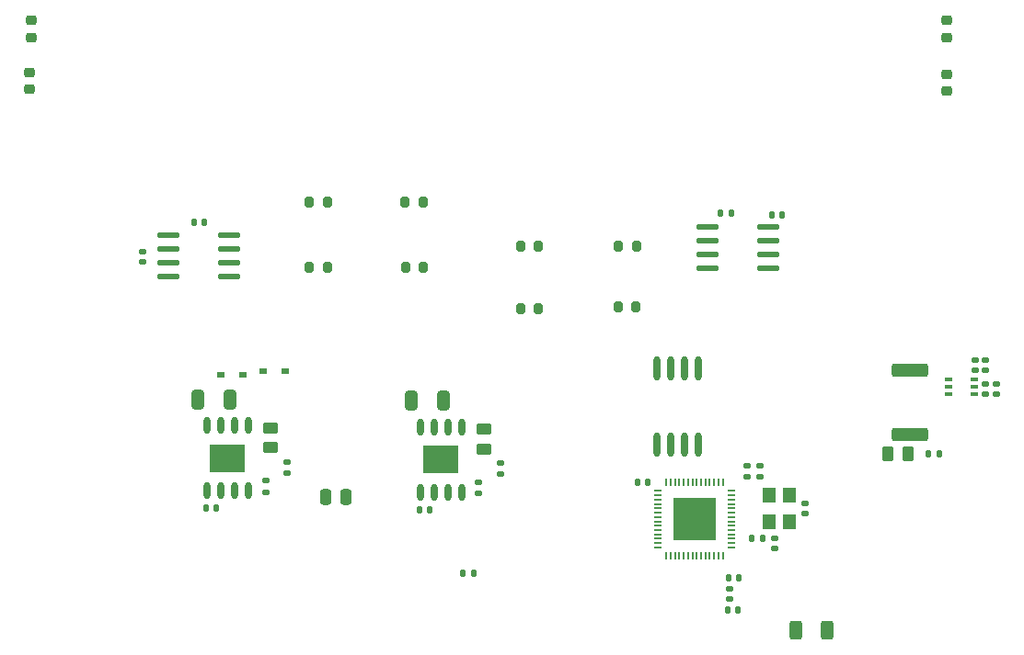
<source format=gbr>
%TF.GenerationSoftware,KiCad,Pcbnew,8.0.3*%
%TF.CreationDate,2024-07-22T22:22:34+10:00*%
%TF.ProjectId,MPPT,4d505054-2e6b-4696-9361-645f70636258,rev?*%
%TF.SameCoordinates,Original*%
%TF.FileFunction,Paste,Bot*%
%TF.FilePolarity,Positive*%
%FSLAX46Y46*%
G04 Gerber Fmt 4.6, Leading zero omitted, Abs format (unit mm)*
G04 Created by KiCad (PCBNEW 8.0.3) date 2024-07-22 22:22:34*
%MOMM*%
%LPD*%
G01*
G04 APERTURE LIST*
G04 Aperture macros list*
%AMRoundRect*
0 Rectangle with rounded corners*
0 $1 Rounding radius*
0 $2 $3 $4 $5 $6 $7 $8 $9 X,Y pos of 4 corners*
0 Add a 4 corners polygon primitive as box body*
4,1,4,$2,$3,$4,$5,$6,$7,$8,$9,$2,$3,0*
0 Add four circle primitives for the rounded corners*
1,1,$1+$1,$2,$3*
1,1,$1+$1,$4,$5*
1,1,$1+$1,$6,$7*
1,1,$1+$1,$8,$9*
0 Add four rect primitives between the rounded corners*
20,1,$1+$1,$2,$3,$4,$5,0*
20,1,$1+$1,$4,$5,$6,$7,0*
20,1,$1+$1,$6,$7,$8,$9,0*
20,1,$1+$1,$8,$9,$2,$3,0*%
G04 Aperture macros list end*
%ADD10R,0.780000X0.500000*%
%ADD11R,0.200000X0.660000*%
%ADD12R,0.660000X0.200000*%
%ADD13R,4.000000X4.000000*%
%ADD14RoundRect,0.250000X-0.312500X-0.625000X0.312500X-0.625000X0.312500X0.625000X-0.312500X0.625000X0*%
%ADD15RoundRect,0.135000X-0.185000X0.135000X-0.185000X-0.135000X0.185000X-0.135000X0.185000X0.135000X0*%
%ADD16RoundRect,0.140000X-0.140000X-0.170000X0.140000X-0.170000X0.140000X0.170000X-0.140000X0.170000X0*%
%ADD17RoundRect,0.225000X-0.250000X0.225000X-0.250000X-0.225000X0.250000X-0.225000X0.250000X0.225000X0*%
%ADD18RoundRect,0.140000X0.140000X0.170000X-0.140000X0.170000X-0.140000X-0.170000X0.140000X-0.170000X0*%
%ADD19RoundRect,0.225000X0.250000X-0.225000X0.250000X0.225000X-0.250000X0.225000X-0.250000X-0.225000X0*%
%ADD20RoundRect,0.140000X-0.170000X0.140000X-0.170000X-0.140000X0.170000X-0.140000X0.170000X0.140000X0*%
%ADD21RoundRect,0.250000X-0.250000X-0.475000X0.250000X-0.475000X0.250000X0.475000X-0.250000X0.475000X0*%
%ADD22RoundRect,0.140000X0.170000X-0.140000X0.170000X0.140000X-0.170000X0.140000X-0.170000X-0.140000X0*%
%ADD23R,0.800000X0.400000*%
%ADD24RoundRect,0.250000X-1.425000X0.362500X-1.425000X-0.362500X1.425000X-0.362500X1.425000X0.362500X0*%
%ADD25RoundRect,0.250000X0.325000X0.650000X-0.325000X0.650000X-0.325000X-0.650000X0.325000X-0.650000X0*%
%ADD26O,0.600000X1.600000*%
%ADD27R,3.200000X2.500000*%
%ADD28RoundRect,0.250000X-0.450000X0.262500X-0.450000X-0.262500X0.450000X-0.262500X0.450000X0.262500X0*%
%ADD29RoundRect,0.135000X0.185000X-0.135000X0.185000X0.135000X-0.185000X0.135000X-0.185000X-0.135000X0*%
%ADD30R,1.200000X1.400000*%
%ADD31O,0.630000X2.250000*%
%ADD32O,2.050000X0.590000*%
%ADD33RoundRect,0.200000X-0.200000X-0.275000X0.200000X-0.275000X0.200000X0.275000X-0.200000X0.275000X0*%
%ADD34RoundRect,0.200000X0.200000X0.275000X-0.200000X0.275000X-0.200000X-0.275000X0.200000X-0.275000X0*%
%ADD35RoundRect,0.135000X-0.135000X-0.185000X0.135000X-0.185000X0.135000X0.185000X-0.135000X0.185000X0*%
%ADD36RoundRect,0.147500X0.172500X-0.147500X0.172500X0.147500X-0.172500X0.147500X-0.172500X-0.147500X0*%
%ADD37RoundRect,0.135000X0.135000X0.185000X-0.135000X0.185000X-0.135000X-0.185000X0.135000X-0.185000X0*%
%ADD38RoundRect,0.250000X-0.262500X-0.450000X0.262500X-0.450000X0.262500X0.450000X-0.262500X0.450000X0*%
G04 APERTURE END LIST*
D10*
%TO.C,D2*%
X145740000Y-80950000D03*
X143660000Y-80950000D03*
%TD*%
%TO.C,D1*%
X139760000Y-81250000D03*
X141840000Y-81250000D03*
%TD*%
D11*
%TO.C,U14*%
X186000000Y-98010000D03*
X185600000Y-98010000D03*
X185200000Y-98010000D03*
X184800000Y-98010000D03*
X184400000Y-98010000D03*
X184000000Y-98010000D03*
X183600000Y-98010000D03*
X183200000Y-98010000D03*
X182800000Y-98010000D03*
X182400000Y-98010000D03*
X182000000Y-98010000D03*
X181600000Y-98010000D03*
X181200000Y-98010000D03*
X180800000Y-98010000D03*
D12*
X179990000Y-97200000D03*
X179990000Y-96800000D03*
X179990000Y-96400000D03*
X179990000Y-96000000D03*
X179990000Y-95600000D03*
X179990000Y-95200000D03*
X179990000Y-94800000D03*
X179990000Y-94400000D03*
X179990000Y-94000000D03*
X179990000Y-93600000D03*
X179990000Y-93200000D03*
X179990000Y-92800000D03*
X179990000Y-92400000D03*
X179990000Y-92000000D03*
D11*
X180800000Y-91190000D03*
X181200000Y-91190000D03*
X181600000Y-91190000D03*
X182000000Y-91190000D03*
X182400000Y-91190000D03*
X182800000Y-91190000D03*
X183200000Y-91190000D03*
X183600000Y-91190000D03*
X184000000Y-91190000D03*
X184400000Y-91190000D03*
X184800000Y-91190000D03*
X185200000Y-91190000D03*
X185600000Y-91190000D03*
X186000000Y-91190000D03*
D12*
X186810000Y-92000000D03*
X186810000Y-92400000D03*
X186810000Y-92800000D03*
X186810000Y-93200000D03*
X186810000Y-93600000D03*
X186810000Y-94000000D03*
X186810000Y-94400000D03*
X186810000Y-94800000D03*
X186810000Y-95200000D03*
X186810000Y-95600000D03*
X186810000Y-96000000D03*
X186810000Y-96400000D03*
X186810000Y-96800000D03*
X186810000Y-97200000D03*
D13*
X183400000Y-94600000D03*
%TD*%
D14*
%TO.C,AE1*%
X192675000Y-104800000D03*
X195600000Y-104800000D03*
%TD*%
D15*
%TO.C,R18*%
X189400000Y-89690000D03*
X189400000Y-90710000D03*
%TD*%
%TO.C,R17*%
X188200000Y-89690000D03*
X188200000Y-90710000D03*
%TD*%
D16*
%TO.C,C33*%
X186520000Y-100000000D03*
X187480000Y-100000000D03*
%TD*%
%TO.C,C32*%
X186440000Y-103000000D03*
X187400000Y-103000000D03*
%TD*%
%TO.C,C19*%
X185800000Y-66400000D03*
X186760000Y-66400000D03*
%TD*%
D17*
%TO.C,C18*%
X206600000Y-53600000D03*
X206600000Y-55150000D03*
%TD*%
D18*
%TO.C,C17*%
X191480000Y-66600000D03*
X190520000Y-66600000D03*
%TD*%
D19*
%TO.C,C16*%
X206600000Y-50175000D03*
X206600000Y-48625000D03*
%TD*%
D20*
%TO.C,C15*%
X132600000Y-69920000D03*
X132600000Y-70880000D03*
%TD*%
D19*
%TO.C,C14*%
X122400000Y-50175000D03*
X122400000Y-48625000D03*
%TD*%
D17*
%TO.C,C9*%
X122200000Y-53400000D03*
X122200000Y-54950000D03*
%TD*%
D16*
%TO.C,C8*%
X137320000Y-67200000D03*
X138280000Y-67200000D03*
%TD*%
D21*
%TO.C,C2*%
X149412500Y-92587500D03*
X151312500Y-92587500D03*
%TD*%
D22*
%TO.C,C13*%
X211200000Y-82100000D03*
X211200000Y-83060000D03*
%TD*%
%TO.C,C12*%
X210200000Y-82100000D03*
X210200000Y-83060000D03*
%TD*%
%TO.C,C49*%
X209200000Y-79920000D03*
X209200000Y-80880000D03*
%TD*%
%TO.C,C48*%
X210200000Y-79900000D03*
X210200000Y-80860000D03*
%TD*%
D23*
%TO.C,U13*%
X206800000Y-81750000D03*
X206800000Y-82400000D03*
X206800000Y-83050000D03*
X209100000Y-83050000D03*
X209100000Y-82400000D03*
X209100000Y-81750000D03*
%TD*%
D24*
%TO.C,R7*%
X203200000Y-80837500D03*
X203200000Y-86762500D03*
%TD*%
D25*
%TO.C,C1*%
X160270000Y-83700000D03*
X157320000Y-83700000D03*
%TD*%
D18*
%TO.C,C3*%
X159045000Y-93700000D03*
X158085000Y-93700000D03*
%TD*%
D26*
%TO.C,U5*%
X158145000Y-86100000D03*
X159415000Y-86100000D03*
X160685000Y-86100000D03*
X161955000Y-86100000D03*
X161955000Y-92100000D03*
X160685000Y-92100000D03*
X159415000Y-92100000D03*
X158145000Y-92100000D03*
D27*
X160045000Y-89100000D03*
%TD*%
D28*
%TO.C,R1*%
X164045000Y-86287500D03*
X164045000Y-88112500D03*
%TD*%
D29*
%TO.C,R3*%
X165545000Y-90460000D03*
X165545000Y-89440000D03*
%TD*%
D15*
%TO.C,R2*%
X163545000Y-91180000D03*
X163545000Y-92200000D03*
%TD*%
D30*
%TO.C,Y1*%
X190250000Y-94800000D03*
X190250000Y-92400000D03*
X192150000Y-92400000D03*
X192150000Y-94800000D03*
%TD*%
D31*
%TO.C,U19*%
X179890000Y-80670000D03*
X181170000Y-80670000D03*
X182430000Y-80670000D03*
X183700000Y-80670000D03*
X179890000Y-87730000D03*
X181170000Y-87730000D03*
X182430000Y-87730000D03*
X183700000Y-87730000D03*
%TD*%
D26*
%TO.C,U7*%
X138512500Y-91987500D03*
X138512500Y-85987500D03*
X139782500Y-91987500D03*
X141052500Y-91987500D03*
X142322500Y-91987500D03*
X139782500Y-85987500D03*
X141052500Y-85987500D03*
X142322500Y-85987500D03*
D27*
X140412500Y-88987500D03*
%TD*%
D32*
%TO.C,U4*%
X190170000Y-67690000D03*
X190170000Y-68970000D03*
X190170000Y-70230000D03*
X190170000Y-71500000D03*
X184630000Y-67690000D03*
X184630000Y-68970000D03*
X184630000Y-70230000D03*
X184630000Y-71500000D03*
%TD*%
D33*
%TO.C,R35*%
X147950000Y-71400000D03*
X149600000Y-71400000D03*
%TD*%
%TO.C,R34*%
X156800000Y-71400000D03*
X158450000Y-71400000D03*
%TD*%
%TO.C,R33*%
X156750000Y-65400000D03*
X158400000Y-65400000D03*
%TD*%
%TO.C,R32*%
X147950000Y-65400000D03*
X149600000Y-65400000D03*
%TD*%
D34*
%TO.C,R31*%
X178000000Y-75000000D03*
X176350000Y-75000000D03*
%TD*%
%TO.C,R30*%
X169050000Y-75200000D03*
X167400000Y-75200000D03*
%TD*%
%TO.C,R29*%
X169050000Y-69400000D03*
X167400000Y-69400000D03*
%TD*%
D35*
%TO.C,R25*%
X204890000Y-88600000D03*
X205910000Y-88600000D03*
%TD*%
%TO.C,R11*%
X188690000Y-96400000D03*
X189710000Y-96400000D03*
%TD*%
D29*
%TO.C,R10*%
X145912500Y-90347500D03*
X145912500Y-89327500D03*
%TD*%
D15*
%TO.C,R9*%
X143912500Y-91067500D03*
X143912500Y-92087500D03*
%TD*%
D34*
%TO.C,R8*%
X178050000Y-69400000D03*
X176400000Y-69400000D03*
%TD*%
D28*
%TO.C,R6*%
X144412500Y-86175000D03*
X144412500Y-88000000D03*
%TD*%
D36*
%TO.C,L6*%
X186600000Y-101970000D03*
X186600000Y-101000000D03*
%TD*%
D18*
%TO.C,C27*%
X179080000Y-91200000D03*
X178120000Y-91200000D03*
%TD*%
D20*
%TO.C,C26*%
X193600000Y-93120000D03*
X193600000Y-94080000D03*
%TD*%
%TO.C,C25*%
X190800000Y-96320000D03*
X190800000Y-97280000D03*
%TD*%
D37*
%TO.C,C24*%
X163110000Y-99600000D03*
X162090000Y-99600000D03*
%TD*%
D18*
%TO.C,C21*%
X139412500Y-93587500D03*
X138452500Y-93587500D03*
%TD*%
D25*
%TO.C,C20*%
X140637500Y-83587500D03*
X137687500Y-83587500D03*
%TD*%
D32*
%TO.C,U1*%
X140540000Y-68400000D03*
X140540000Y-69670000D03*
X140540000Y-70930000D03*
X140540000Y-72210000D03*
X135000000Y-68400000D03*
X135000000Y-69670000D03*
X135000000Y-70930000D03*
X135000000Y-72210000D03*
%TD*%
D38*
%TO.C,R24*%
X201200000Y-88600000D03*
X203025000Y-88600000D03*
%TD*%
M02*

</source>
